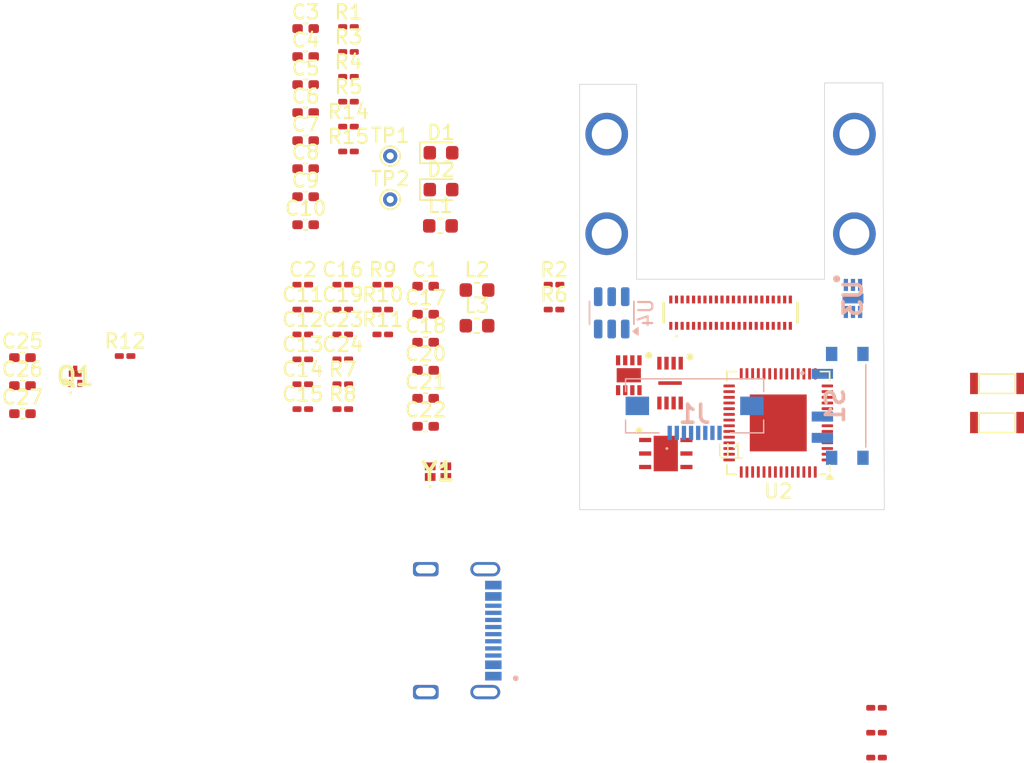
<source format=kicad_pcb>
(kicad_pcb (version 20241229) (generator "pcbnew") (generator_version "9.0")
  (layers (0 "F.Cu" signal) (2 "B.Cu" signal) (13 "F.Paste" user) (15 "B.Paste" user) (5 "F.SilkS" user "F.Silkscreen") (7 "B.SilkS" user "B.Silkscreen") (1 "F.Mask" user) (3 "B.Mask" user) (25 "Edge.Cuts" user))
  (net 0 "")
  (net 3 "GND")
  (net 5 "CAM_SCL")
  (net 7 "PIX_CLK")
  (net 8 "VSYNC")
  (net 9 "DATA2")
  (net 10 "HSYNC")
  (net 11 "Net-(C4-Pad2)")
  (net 12 "vusb")
  (net 13 "VBAT+")
  (net 14 "+5V")
  (net 15 "Net-(D1-A)")
  (net 17 "DATA1")
  (net 19 "CAM_RST")
  (net 21 "CAM_SDA")
  (net 24 "DATA3")
  (net 27 "DATA0")
  (net 29 "Net-(IC3-C1+)")
  (net 32 "Net-(IC3-C1-)")
  (net 33 "Net-(C12-Pad1)")
  (net 34 "BOOT0")
  (net 36 "Net-(U2-CHIP_PU)")
  (net 38 "Net-(C15-Pad1)")
  (net 39 "HSE_IN")
  (net 40 "Net-(U2-LNA_IN)")
  (net 41 "ANT")
  (net 42 "Net-(D1-K)")
  (net 43 "Net-(D2-A)")
  (net 44 "Net-(D2-K)")
  (net 46 "DATA7{slash}SPI_CLK")
  (net 48 "Net-(U1-DATA15{slash}SPI_CLK)")
  (net 49 "Net-(U3-PROG)")
  (net 51 "Net-(U1-PIXCLK)")
  (net 52 "HSE_OUT")
  (net 53 "Net-(U2-GPIO20{slash}USB_D+)")
  (net 55 "D+")
  (net 57 "Net-(U2-GPIO19{slash}USB_D-)")
  (net 58 "D-")
  (net 59 "Net-(J4-CC1)")
  (net 60 "Net-(J4-CC2)")
  (net 61 "BAT+")
  (net 63 "DATA5{slash}SPI_MOSI")
  (net 64 "DATA4{slash}SPI_MISO")
  (net 65 "DATA6{slash}SPI_CS")
  (net 66 "SPIHD")
  (net 67 "SPID")
  (net 68 "SPICLK")
  (net 69 "VDD_SPI")
  (net 70 "SPICS0")
  (net 71 "SPIQ")
  (net 72 "SPIWP")
  (net 73 "TOUCH2")
  (net 74 "MTDI")
  (net 75 "VIDEO_OUT")
  (net 76 "MTCK")
  (net 77 "BOOT1")
  (net 78 "MTMS")
  (net 79 "TOUCH1")
  (net 80 "MTDO")
  (net 81 "Net-(J4-D--PadA7)")
  (net 82 "Net-(J4-D+-PadA6)")
  (net 83 "+3.3V")
  (net 84 "LCD_RES")
  (net 85 "Net-(J1-Pad6)")
  (net 86 "LCD_MOSI")
  (net 87 "LCD_CS")
  (net 88 "LCD_DC")
  (net 89 "Net-(J1-Pad2)")
  (net 90 "Net-(Q1-D_1)")
  (net 91 "Net-(Q1-G)")
  (net 92 "LCD_CLK")
  (net 93 "LCD_PWM_LED")
  (footprint "Capacitor_SMD:C_0201_0603Metric_Pad0.64x0.40mm_HandSolder" (layer "F.Cu") (at 91.45 95.13)
    (property "Reference" "C11" (at 0 -1.05 0) (layer "F.SilkS"))
    (property "Value" "100n")
    (pad "1" smd roundrect (at -0.4075 0) (size 0.635 0.4) (layers "F.Cu" "F.Mask") (net 83 "+3.3V"))
    (pad "2" smd roundrect (at 0.4075 0) (size 0.635 0.4) (layers "F.Cu" "F.Mask") (net 3 "GND"))
  )
  (footprint "Inductor_SMD:L_0603_1608Metric" (layer "F.Cu") (at 101.12 89.25)
    (property "Reference" "L1" (at 0 -1.43 0) (layer "F.SilkS"))
    (property "Value" "2.2n")
    (pad "1" smd roundrect (at -0.7875 0) (size 0.875 0.95) (layers "F.Cu" "F.Mask" "F.Paste") (net 15 "Net-(D1-A)"))
    (pad "2" smd roundrect (at 0.7875 0) (size 0.875 0.95) (layers "F.Cu" "F.Mask" "F.Paste") (net 14 "+5V"))
  )
  (footprint "LED_SMD:LED_0603_1608Metric" (layer "F.Cu") (at 101.16 84.11)
    (property "Reference" "D1" (at 0 -1.43 0) (layer "F.SilkS"))
    (property "Value" "LED")
    (pad "1" smd roundrect (at -0.7875 0) (size 0.875 0.95) (layers "F.Cu" "F.Mask" "F.Paste") (net 42 "Net-(D1-K)"))
    (pad "2" smd roundrect (at 0.7875 0) (size 0.875 0.95) (layers "F.Cu" "F.Mask" "F.Paste") (net 15 "Net-(D1-A)"))
  )
  (footprint "tiny1c:tiny1c" (layer "F.Cu") (at 121.5 95.35)
    (property "Reference" "U1" (at 0 9.75 0) (layer "F.SilkS") (effects (font (thickness 0.1))))
    (property "Value" "~")
    (pad "1" smd rect (at -3.8 0.925) (size 0.22 0.55) (layers "F.Cu" "F.Mask" "F.Paste") (net 14 "+5V"))
    (pad "2" smd rect (at -3.4 0.925) (size 0.22 0.55) (layers "F.Cu" "F.Mask" "F.Paste") (net 14 "+5V"))
    (pad "3" smd rect (at -3 0.925) (size 0.22 0.55) (layers "F.Cu" "F.Mask" "F.Paste") (net 3 "GND"))
    (pad "4" smd rect (at -2.6 0.925) (size 0.22 0.55) (layers "F.Cu" "F.Mask" "F.Paste") (net 3 "GND"))
    (pad "5" smd rect (at -2.2 0.925) (size 0.22 0.55) (layers "F.Cu" "F.Mask" "F.Paste") (net 3 "GND"))
    (pad "6" smd rect (at -1.8 0.925) (size 0.22 0.55) (layers "F.Cu" "F.Mask" "F.Paste") (net 3 "GND"))
    (pad "7" smd rect (at -1.4 0.925) (size 0.22 0.55) (layers "F.Cu" "F.Mask" "F.Paste"))
    (pad "8" smd rect (at -1 0.925) (size 0.22 0.55) (layers "F.Cu" "F.Mask" "F.Paste"))
    (pad "9" smd rect (at -0.6 0.925) (size 0.22 0.55) (layers "F.Cu" "F.Mask" "F.Paste"))
    (pad "10" smd rect (at -0.2 0.925) (size 0.22 0.55) (layers "F.Cu" "F.Mask" "F.Paste"))
    (pad "11" smd rect (at 0.2 0.925) (size 0.22 0.55) (layers "F.Cu" "F.Mask" "F.Paste"))
    (pad "12" smd rect (at 0.6 0.925) (size 0.22 0.55) (layers "F.Cu" "F.Mask" "F.Paste"))
    (pad "13" smd rect (at 1 0.925) (size 0.22 0.55) (layers "F.Cu" "F.Mask" "F.Paste"))
    (pad "14" smd rect (at 1.4 0.925) (size 0.22 0.55) (layers "F.Cu" "F.Mask" "F.Paste"))
    (pad "15" smd rect (at 1.8 0.925) (size 0.22 0.55) (layers "F.Cu" "F.Mask" "F.Paste"))
    (pad "16" smd rect (at 2.2 0.925) (size 0.22 0.55) (layers "F.Cu" "F.Mask" "F.Paste"))
    (pad "17" smd rect (at 2.6 0.925) (size 0.22 0.55) (layers "F.Cu" "F.Mask" "F.Paste"))
    (pad "18" smd rect (at 3 0.925) (size 0.22 0.55) (layers "F.Cu" "F.Mask" "F.Paste") (net 83 "+3.3V"))
    (pad "19" smd rect (at 3.4 0.925) (size 0.22 0.55) (layers "F.Cu" "F.Mask" "F.Paste") (net 83 "+3.3V"))
    (pad "20" smd rect (at 3.8 0.925) (size 0.22 0.55) (layers "F.Cu" "F.Mask" "F.Paste") (net 83 "+3.3V"))
    (pad "21" smd rect (at 3.8 -0.925) (size 0.22 0.55) (layers "F.Cu" "F.Mask" "F.Paste") (net 3 "GND"))
    (pad "22" smd rect (at 3.4 -0.925) (size 0.22 0.55) (layers "F.Cu" "F.Mask" "F.Paste") (net 83 "+3.3V"))
    (pad "23" smd rect (at 3 -0.925) (size 0.22 0.55) (layers "F.Cu" "F.Mask" "F.Paste") (net 3 "GND"))
    (pad "24" smd rect (at 2.6 -0.925) (size 0.22 0.55) (layers "F.Cu" "F.Mask" "F.Paste"))
    (pad "25" smd rect (at 2.2 -0.925) (size 0.22 0.55) (layers "F.Cu" "F.Mask" "F.Paste") (net 3 "GND"))
    (pad "26" smd rect (at 1.8 -0.925) (size 0.22 0.55) (layers "F.Cu" "F.Mask" "F.Paste") (net 19 "CAM_RST"))
    (pad "27" smd rect (at 1.4 -0.925) (size 0.22 0.55) (layers "F.Cu" "F.Mask" "F.Paste") (net 3 "GND"))
    (pad "28" smd rect (at 1 -0.925) (size 0.22 0.55) (layers "F.Cu" "F.Mask" "F.Paste") (net 5 "CAM_SCL"))
    (pad "29" smd rect (at 0.6 -0.925) (size 0.22 0.55) (layers "F.Cu" "F.Mask" "F.Paste") (net 21 "CAM_SDA"))
    (pad "30" smd rect (at 0.2 -0.925) (size 0.22 0.55) (layers "F.Cu" "F.Mask" "F.Paste") (net 10 "HSYNC"))
    (pad "31" smd rect (at -0.2 -0.925) (size 0.22 0.55) (layers "F.Cu" "F.Mask" "F.Paste") (net 8 "VSYNC"))
    (pad "32" smd rect (at -0.6 -0.925) (size 0.22 0.55) (layers "F.Cu" "F.Mask" "F.Paste") (net 27 "DATA0"))
    (pad "33" smd rect (at -1 -0.925) (size 0.22 0.55) (layers "F.Cu" "F.Mask" "F.Paste") (net 51 "Net-(U1-PIXCLK)"))
    (pad "34" smd rect (at -1.4 -0.925) (size 0.22 0.55) (layers "F.Cu" "F.Mask" "F.Paste") (net 64 "DATA4{slash}SPI_MISO"))
    (pad "35" smd rect (at -1.8 -0.925) (size 0.22 0.55) (layers "F.Cu" "F.Mask" "F.Paste") (net 24 "DATA3"))
    (pad "36" smd rect (at -2.2 -0.925) (size 0.22 0.55) (layers "F.Cu" "F.Mask" "F.Paste") (net 48 "Net-(U1-DATA15{slash}SPI_CLK)"))
    (pad "37" smd rect (at -2.6 -0.925) (size 0.22 0.55) (layers "F.Cu" "F.Mask" "F.Paste") (net 63 "DATA5{slash}SPI_MOSI"))
    (pad "38" smd rect (at -3 -0.925) (size 0.22 0.55) (layers "F.Cu" "F.Mask" "F.Paste") (net 65 "DATA6{slash}SPI_CS"))
    (pad "39" smd rect (at -3.4 -0.925) (size 0.22 0.55) (layers "F.Cu" "F.Mask" "F.Paste") (net 17 "DATA1"))
    (pad "40" smd rect (at -3.8 -0.925) (size 0.22 0.55) (layers "F.Cu" "F.Mask" "F.Paste") (net 9 "DATA2"))
    (pad "41" smd rect (at -4.2 0.925) (size 0.22 0.55) (layers "F.Cu" "F.Mask" "F.Paste") (net 3 "GND"))
    (pad "42" smd rect (at -4.2 -0.925) (size 0.22 0.55) (layers "F.Cu" "F.Mask" "F.Paste") (net 3 "GND"))
    (pad "43" smd rect (at 4.2 0.925) (size 0.22 0.55) (layers "F.Cu" "F.Mask" "F.Paste") (net 3 "GND"))
    (pad "44" thru_hole circle (at -8.7 -12.55) (size 3 3) (drill 2.1) (layers "*.Cu" "*.Mask") (net 3 "GND"))
    (pad "44" thru_hole circle (at -8.7 -5.55) (size 3 3) (drill 2.1) (layers "*.Cu" "*.Mask") (net 3 "GND"))
    (pad "44" smd rect (at 4.2 -0.925) (size 0.22 0.55) (layers "F.Cu" "F.Mask" "F.Paste") (net 3 "GND"))
    (pad "44" thru_hole circle (at 8.7 -12.55) (size 3 3) (drill 2.1) (layers "*.Cu" "*.Mask") (net 3 "GND"))
    (pad "44" thru_hole circle (at 8.7 -5.55) (size 3 3) (drill 2.1) (layers "*.Cu" "*.Mask") (net 3 "GND"))
  )
  (footprint "Resistor_SMD:R_0201_0603Metric_Pad0.64x0.40mm_HandSolder" (layer "F.Cu") (at 94.66 77.02)
    (property "Reference" "R3" (at 0 -1.05 0) (layer "F.SilkS"))
    (property "Value" "20k")
    (pad "1" smd roundrect (at -0.4075 0) (size 0.635 0.4) (layers "F.Cu" "F.Mask") (net 3 "GND"))
    (pad "2" smd roundrect (at 0.4075 0) (size 0.635 0.4) (layers "F.Cu" "F.Mask") (net 49 "Net-(U3-PROG)"))
  )
  (footprint "Capacitor_SMD:C_0402_1005Metric_Pad0.74x0.62mm_HandSolder" (layer "F.Cu") (at 100.08 103.34)
    (property "Reference" "C22" (at 0 -1.16 0) (layer "F.SilkS"))
    (property "Value" "1u")
    (pad "1" smd roundrect (at -0.5675 0) (size 0.735 0.62) (layers "F.Cu" "F.Mask" "F.Paste") (net 83 "+3.3V"))
    (pad "2" smd roundrect (at 0.5675 0) (size 0.735 0.62) (layers "F.Cu" "F.Mask" "F.Paste") (net 3 "GND"))
  )
  (footprint "Capacitor_SMD:C_0201_0603Metric_Pad0.64x0.40mm_HandSolder" (layer "F.Cu") (at 94.26 93.38)
    (property "Reference" "C16" (at 0 -1.05 0) (layer "F.SilkS"))
    (property "Value" "10p")
    (pad "1" smd roundrect (at -0.4075 0) (size 0.635 0.4) (layers "F.Cu" "F.Mask") (net 39 "HSE_IN"))
    (pad "2" smd roundrect (at 0.4075 0) (size 0.635 0.4) (layers "F.Cu" "F.Mask") (net 3 "GND"))
  )
  (footprint "TestPoint:TestPoint_THTPad_D1.0mm_Drill0.5mm" (layer "F.Cu") (at 97.59 84.34)
    (property "Reference" "TP1" (at 0 -1.448 0) (layer "F.SilkS"))
    (property "Value" "bat-")
    (pad "1" thru_hole circle (at 0 0) (size 1 1) (drill 0.5) (layers "*.Cu" "*.Mask") (net 3 "GND"))
  )
  (footprint "Capacitor_SMD:C_0402_1005Metric_Pad0.74x0.62mm_HandSolder" (layer "F.Cu") (at 91.65 81.29)
    (property "Reference" "C6" (at 0 -1.16 0) (layer "F.SilkS"))
    (property "Value" "10u")
    (pad "1" smd roundrect (at -0.5675 0) (size 0.735 0.62) (layers "F.Cu" "F.Mask" "F.Paste") (net 13 "VBAT+"))
    (pad "2" smd roundrect (at 0.5675 0) (size 0.735 0.62) (layers "F.Cu" "F.Mask" "F.Paste") (net 3 "GND"))
  )
  (footprint "TestPoint:TestPoint_THTPad_D1.0mm_Drill0.5mm" (layer "F.Cu") (at 97.59 87.39)
    (property "Reference" "TP2" (at 0 -1.448 0) (layer "F.SilkS"))
    (property "Value" "bat+")
    (pad "1" thru_hole circle (at 0 0) (size 1 1) (drill 0.5) (layers "*.Cu" "*.Mask") (net 61 "BAT+"))
  )
  (footprint "Capacitor_SMD:C_0402_1005Metric_Pad0.74x0.62mm_HandSolder" (layer "F.Cu") (at 100.08 101.37)
    (property "Reference" "C21" (at 0 -1.16 0) (layer "F.SilkS"))
    (property "Value" "1u")
    (pad "1" smd roundrect (at -0.5675 0) (size 0.735 0.62) (layers "F.Cu" "F.Mask" "F.Paste") (net 83 "+3.3V"))
    (pad "2" smd roundrect (at 0.5675 0) (size 0.735 0.62) (layers "F.Cu" "F.Mask" "F.Paste") (net 3 "GND"))
  )
  (footprint "Capacitor_SMD:C_0201_0603Metric_Pad0.64x0.40mm_HandSolder" (layer "F.Cu") (at 91.45 102.13)
    (property "Reference" "C15" (at 0 -1.05 0) (layer "F.SilkS"))
    (property "Value" "10p" (hide yes))
    (pad "1" smd roundrect (at -0.4075 0) (size 0.635 0.4) (layers "F.Cu" "F.Mask") (net 38 "Net-(C15-Pad1)"))
    (pad "2" smd roundrect (at 0.4075 0) (size 0.635 0.4) (layers "F.Cu" "F.Mask") (net 3 "GND"))
  )
  (footprint "Resistor_SMD:R_0201_0603Metric_Pad0.64x0.40mm_HandSolder" (layer "F.Cu") (at 131.755 126.625)
    (property "Reference" "R17" (hide yes))
    (property "Value" "1k" (hide yes))
    (pad "1" smd roundrect (at -0.4075 0) (size 0.635 0.4) (layers "F.Cu" "F.Mask") (net 91 "Net-(Q1-G)"))
    (pad "2" smd roundrect (at 0.4075 0) (size 0.635 0.4) (layers "F.Cu" "F.Mask") (net 93 "LCD_PWM_LED"))
  )
  (footprint "Capacitor_SMD:C_0402_1005Metric_Pad0.74x0.62mm_HandSolder" (layer "F.Cu") (at 100.08 99.4)
    (property "Reference" "C20" (at 0 -1.16 0) (layer "F.SilkS"))
    (property "Value" "10u")
    (pad "1" smd roundrect (at -0.5675 0) (size 0.735 0.62) (layers "F.Cu" "F.Mask" "F.Paste") (net 83 "+3.3V"))
    (pad "2" smd roundrect (at 0.5675 0) (size 0.735 0.62) (layers "F.Cu" "F.Mask" "F.Paste") (net 3 "GND"))
  )
  (footprint "samacsys:LFXTAL069527REEL" (layer "F.Cu") (at 100.95 106.525)
    (property "Reference" "Y1" (at 0 0 0) (layer "F.SilkS") (effects (font (size 1.27 1.27) (thickness 0.254))))
    (property "Value" "Crystal_GND24" (hide yes))
    (pad "1" smd rect (at -0.55 0.375 90) (size 0.55 0.75) (layers "F.Cu" "F.Mask" "F.Paste") (net 39 "HSE_IN"))
    (pad "2" smd rect (at 0.55 0.375 90) (size 0.55 0.75) (layers "F.Cu" "F.Mask" "F.Paste") (net 3 "GND"))
    (pad "3" smd rect (at 0.55 -0.375 90) (size 0.55 0.75) (layers "F.Cu" "F.Mask" "F.Paste") (net 38 "Net-(C15-Pad1)"))
    (pad "4" smd rect (at -0.55 -0.375 90) (size 0.55 0.75) (layers "F.Cu" "F.Mask" "F.Paste") (net 3 "GND"))
  )
  (footprint "Inductor_SMD:L_0603_1608Metric" (layer "F.Cu") (at 103.69 93.76)
    (property "Reference" "L2" (at 0 -1.43 0) (layer "F.SilkS"))
    (property "Value" "2.2n")
    (pad "1" smd roundrect (at -0.7875 0) (size 0.875 0.95) (layers "F.Cu" "F.Mask" "F.Paste") (net 83 "+3.3V"))
    (pad "2" smd roundrect (at 0.7875 0) (size 0.875 0.95) (layers "F.Cu" "F.Mask" "F.Paste") (net 33 "Net-(C12-Pad1)"))
  )
  (footprint "Resistor_SMD:R_0201_0603Metric_Pad0.64x0.40mm_HandSolder" (layer "F.Cu") (at 94.26 100.38)
    (property "Reference" "R7" (at 0 -1.05 0) (layer "F.SilkS"))
    (property "Value" "20k")
    (pad "1" smd roundrect (at -0.4075 0) (size 0.635 0.4) (layers "F.Cu" "F.Mask") (net 83 "+3.3V"))
    (pad "2" smd roundrect (at 0.4075 0) (size 0.635 0.4) (layers "F.Cu" "F.Mask") (net 34 "BOOT0"))
  )
  (footprint "Resistor_SMD:R_0201_0603Metric_Pad0.64x0.40mm_HandSolder" (layer "F.Cu") (at 78.9675 98.4)
    (property "Reference" "R12" (at 0 -1.05 0) (layer "F.SilkS"))
    (property "Value" "100R")
    (pad "1" smd roundrect (at -0.4075 0) (size 0.635 0.4) (layers "F.Cu" "F.Mask") (net 90 "Net-(Q1-D_1)"))
    (pad "2" smd roundrect (at 0.4075 0) (size 0.635 0.4) (layers "F.Cu" "F.Mask") (net 89 "Net-(J1-Pad2)"))
  )
  (footprint "Resistor_SMD:R_0201_0603Metric_Pad0.64x0.40mm_HandSolder" (layer "F.Cu") (at 94.66 82.27)
    (property "Reference" "R14" (at 0 -1.05 0) (layer "F.SilkS"))
    (property "Value" "5.1k")
    (pad "1" smd roundrect (at -0.4075 0) (size 0.635 0.4) (layers "F.Cu" "F.Mask") (net 59 "Net-(J4-CC1)"))
    (pad "2" smd roundrect (at 0.4075 0) (size 0.635 0.4) (layers "F.Cu" "F.Mask") (net 3 "GND"))
  )
  (footprint "Capacitor_SMD:C_0402_1005Metric_Pad0.74x0.62mm_HandSolder" (layer "F.Cu") (at 91.65 75.38)
    (property "Reference" "C3" (at 0 -1.16 0) (layer "F.SilkS"))
    (property "Value" "1u")
    (pad "1" smd roundrect (at -0.5675 0) (size 0.735 0.62) (layers "F.Cu" "F.Mask" "F.Paste") (net 83 "+3.3V"))
    (pad "2" smd roundrect (at 0.5675 0) (size 0.735 0.62) (layers "F.Cu" "F.Mask" "F.Paste") (net 3 "GND"))
  )
  (footprint "Capacitor_SMD:C_0402_1005Metric_Pad0.74x0.62mm_HandSolder" (layer "F.Cu") (at 91.65 83.26)
    (property "Reference" "C7" (at 0 -1.16 0) (layer "F.SilkS"))
    (property "Value" "10u")
    (pad "1" smd roundrect (at -0.5675 0) (size 0.735 0.62) (layers "F.Cu" "F.Mask" "F.Paste") (net 15 "Net-(D1-A)"))
    (pad "2" smd roundrect (at 0.5675 0) (size 0.735 0.62) (layers "F.Cu" "F.Mask" "F.Paste") (net 3 "GND"))
  )
  (footprint "Resistor_SMD:R_0201_0603Metric_Pad0.64x0.40mm_HandSolder" (layer "F.Cu") (at 109.1 95.13)
    (property "Reference" "R6" (at 0 -1.05 0) (layer "F.SilkS"))
    (property "Value" "33R")
    (pad "1" smd roundrect (at -0.4075 0) (size 0.635 0.4) (layers "F.Cu" "F.Mask") (net 7 "PIX_CLK"))
    (pad "2" smd roundrect (at 0.4075 0) (size 0.635 0.4) (layers "F.Cu" "F.Mask") (net 51 "Net-(U1-PIXCLK)"))
  )
  (footprint "Inductor_SMD:L_0603_1608Metric" (layer "F.Cu") (at 103.69 96.27)
    (property "Reference" "L3" (at 0 -1.43 0) (layer "F.SilkS"))
    (property "Value" "2.2n")
    (pad "1" smd roundrect (at -0.7875 0) (size 0.875 0.95) (layers "F.Cu" "F.Mask" "F.Paste") (net 40 "Net-(U2-LNA_IN)"))
    (pad "2" smd roundrect (at 0.7875 0) (size 0.875 0.95) (layers "F.Cu" "F.Mask" "F.Paste") (net 41 "ANT"))
  )
  (footprint "Capacitor_SMD:C_0402_1005Metric_Pad0.74x0.62mm_HandSolder" (layer "F.Cu") (at 100.08 97.43)
    (property "Reference" "C18" (at 0 -1.16 0) (layer "F.SilkS"))
    (property "Value" "10u")
    (pad "1" smd roundrect (at -0.5675 0) (size 0.735 0.62) (layers "F.Cu" "F.Mask" "F.Paste") (net 41 "ANT"))
    (pad "2" smd roundrect (at 0.5675 0) (size 0.735 0.62) (layers "F.Cu" "F.Mask" "F.Paste") (net 3 "GND"))
  )
  (footprint "Capacitor_SMD:C_0201_0603Metric_Pad0.64x0.40mm_HandSolder" (layer "F.Cu") (at 94.26 98.63)
    (property "Reference" "C24" (at 0 -1.05 0) (layer "F.SilkS"))
    (property "Value" "100n")
    (pad "1" smd roundrect (at -0.4075 0) (size 0.635 0.4) (layers "F.Cu" "F.Mask") (net 3 "GND"))
    (pad "2" smd roundrect (at 0.4075 0) (size 0.635 0.4) (layers "F.Cu" "F.Mask") (net 83 "+3.3V"))
  )
  (footprint "Capacitor_SMD:C_0201_0603Metric_Pad0.64x0.40mm_HandSolder" (layer "F.Cu") (at 91.45 98.63)
    (property "Reference" "C13" (at 0 -1.05 0) (layer "F.SilkS"))
    (property "Value" "100n")
    (pad "1" smd roundrect (at -0.4075 0) (size 0.635 0.4) (layers "F.Cu" "F.Mask") (net 3 "GND"))
    (pad "2" smd roundrect (at 0.4075 0) (size 0.635 0.4) (layers "F.Cu" "F.Mask") (net 34 "BOOT0"))
  )
  (footprint "Resistor_SMD:R_0201_0603Metric_Pad0.64x0.40mm_HandSolder" (layer "F.Cu") (at 94.66 78.77)
    (property "Reference" "R4" (at 0 -1.05 0) (layer "F.SilkS"))
    (property "Value" "1R")
    (pad "1" smd roundrect (at -0.4075 0) (size 0.635 0.4) (layers "F.Cu" "F.Mask") (net 11 "Net-(C4-Pad2)"))
    (pad "2" smd roundrect (at 0.4075 0) (size 0.635 0.4) (layers "F.Cu" "F.Mask") (net 3 "GND"))
  )
  (footprint "Capacitor_SMD:C_0402_1005Metric_Pad0.74x0.62mm_HandSolder" (layer "F.Cu") (at 100.08 95.46)
    (property "Reference" "C17" (at 0 -1.16 0) (layer "F.SilkS"))
    (property "Value" "10u")
    (pad "1" smd roundrect (at -0.5675 0) (size 0.735 0.62) (layers "F.Cu" "F.Mask" "F.Paste") (net 40 "Net-(U2-LNA_IN)"))
    (pad "2" smd roundrect (at 0.5675 0) (size 0.735 0.62) (layers "F.Cu" "F.Mask" "F.Paste") (net 3 "GND"))
  )
  (footprint "Resistor_SMD:R_0201_0603Metric_Pad0.64x0.40mm_HandSolder" (layer "F.Cu") (at 131.755 123.125)
    (property "Reference" "R13" (hide yes))
    (property "Value" "33R" (hide yes))
    (pad "1" smd roundrect (at -0.4075 0) (size 0.635 0.4) (layers "F.Cu" "F.Mask") (net 92 "LCD_CLK"))
    (pad "2" smd roundrect (at 0.4075 0) (size 0.635 0.4) (layers "F.Cu" "F.Mask") (net 85 "Net-(J1-Pad6)"))
  )
  (footprint "Capacitor_SMD:C_0201_0603Metric_Pad0.64x0.40mm_HandSolder" (layer "F.Cu") (at 91.45 96.88)
    (property "Reference" "C12" (at 0 -1.05 0) (layer "F.SilkS"))
    (property "Value" "100n")
    (pad "1" smd roundrect (at -0.4075 0) (size 0.635 0.4) (layers "F.Cu" "F.Mask") (net 33 "Net-(C12-Pad1)"))
    (pad "2" smd roundrect (at 0.4075 0) (size 0.635 0.4) (layers "F.Cu" "F.Mask") (net 3 "GND"))
  )
  (footprint "Capacitor_SMD:C_0201_0603Metric_Pad0.64x0.40mm_HandSolder" (layer "F.Cu") (at 91.45 93.38)
    (property "Reference" "C2" (at 0 -1.05 0) (layer "F.SilkS"))
    (property "Value" "100n")
    (pad "1" smd roundrect (at -0.4075 0) (size 0.635 0.4) (layers "F.Cu" "F.Mask") (net 69 "VDD_SPI"))
    (pad "2" smd roundrect (at 0.4075 0) (size 0.635 0.4) (layers "F.Cu" "F.Mask") (net 3 "GND"))
  )
  (footprint "Capacitor_SMD:C_0402_1005Metric_Pad0.74x0.62mm_HandSolder" (layer "F.Cu") (at 91.65 89.17)
    (property "Reference" "C10" (at 0 -1.16 0) (layer "F.SilkS"))
    (property "Value" "10u")
    (pad "1" smd roundrect (at -0.5675 0) (size 0.735 0.62) (layers "F.Cu" "F.Mask" "F.Paste") (net 14 "+5V"))
    (pad "2" smd roundrect (at 0.5675 0) (size 0.735 0.62) (layers "F.Cu" "F.Mask" "F.Paste") (net 3 "GND"))
  )
  (footprint "Resistor_SMD:R_0201_0603Metric_Pad0.64x0.40mm_HandSolder" (layer "F.Cu") (at 109.1 93.38)
    (property "Reference" "R2" (at 0 -1.05 0) (layer "F.SilkS"))
    (property "Value" "33R")
    (pad "1" smd roundrect (at -0.4075 0) (size 0.635 0.4) (layers "F.Cu" "F.Mask") (net 46 "DATA7{slash}SPI_CLK"))
    (pad "2" smd roundrect (at 0.4075 0) (size 0.635 0.4) (layers "F.Cu" "F.Mask") (net 48 "Net-(U1-DATA15{slash}SPI_CLK)"))
  )
  (footprint "Package_DFN_QFN:QFN-56-1EP_7x7mm_P0.4mm_EP4x4mm" (layer "F.Cu") (at 124.85 103.1 180)
    (property "Reference" "U2" (at 0 -4.8 0) (layer "F.SilkS"))
    (property "Value" "ESP32-S3")
    (pad "1" smd roundrect (at -3.45 -2.6 180) (size 0.8 0.2) (layers "F.Cu" "F.Mask" "F.Paste") (net 40 "Net-(U2-LNA_IN)"))
    (pad "2" smd roundrect (at -3.45 -2.2 180) (size 0.8 0.2) (layers "F.Cu" "F.Mask" "F.Paste") (net 33 "Net-(C12-Pad1)"))
    (pad "3" smd roundrect (at -3.45 -1.8 180) (size 0.8 0.2) (layers "F.Cu" "F.Mask" "F.Paste") (net 33 "Net-(C12-Pad1)"))
    (pad "4" smd roundrect (at -3.45 -1.4 180) (size 0.8 0.2) (layers "F.Cu" "F.Mask" "F.Paste") (net 36 "Net-(U2-CHIP_PU)"))
    (pad "5" smd roundrect (at -3.45 -1 180) (size 0.8 0.2) (layers "F.Cu" "F.Mask" "F.Paste") (net 34 "BOOT0"))
    (pad "6" smd roundrect (at -3.45 -0.6 180) (size 0.8 0.2) (layers "F.Cu" "F.Mask" "F.Paste") (net 79 "TOUCH1"))
    (pad "7" smd roundrect (at -3.45 -0.2 180) (size 0.8 0.2) (layers "F.Cu" "F.Mask" "F.Paste") (net 5 "CAM_SCL"))
    (pad "8" smd roundrect (at -3.45 0.2 180) (size 0.8 0.2) (layers "F.Cu" "F.Mask" "F.Paste") (net 21 "CAM_SDA"))
    (pad "9" smd roundrect (at -3.45 0.6 180) (size 0.8 0.2) (layers "F.Cu" "F.Mask" "F.Paste") (net 73 "TOUCH2"))
    (pad "10" smd roundrect (at -3.45 1 180) (size 0.8 0.2) (layers "F.Cu" "F.Mask" "F.Paste"))
    (pad "11" smd roundrect (at -3.45 1.4 180) (size 0.8 0.2) (layers "F.Cu" "F.Mask" "F.Paste") (net 27 "DATA0"))
    (pad "12" smd roundrect (at -3.45 1.8 180) (size 0.8 0.2) (layers "F.Cu" "F.Mask" "F.Paste") (net 17 "DATA1"))
    (pad "13" smd roundrect (at -3.45 2.2 180) (size 0.8 0.2) (layers "F.Cu" "F.Mask" "F.Paste") (net 9 "DATA2"))
    (pad "14" smd roundrect (at -3.45 2.6 180) (size 0.8 0.2) (layers "F.Cu" "F.Mask" "F.Paste") (net 24 "DATA3"))
    (pad "15" smd roundrect (at -2.6 3.45 180) (size 0.2 0.8) (layers "F.Cu" "F.Mask" "F.Paste") (net 65 "DATA6{slash}SPI_CS"))
    (pad "16" smd roundrect (at -2.2 3.45 180) (size 0.2 0.8) (layers "F.Cu" "F.Mask" "F.Paste") (net 63 "DATA5{slash}SPI_MOSI"))
    (pad "17" smd roundrect (at -1.8 3.45 180) (size 0.2 0.8) (layers "F.Cu" "F.Mask" "F.Paste") (net 46 "DATA7{slash}SPI_CLK"))
    (pad "18" smd roundrect (at -1.4 3.45 180) (size 0.2 0.8) (layers "F.Cu" "F.Mask" "F.Paste") (net 64 "DATA4{slash}SPI_MISO"))
    (pad "19" smd roundrect (at -1 3.45 180) (size 0.2 0.8) (layers "F.Cu" "F.Mask" "F.Paste") (net 8 "VSYNC"))
    (pad "20" smd roundrect (at -0.6 3.45 180) (size 0.2 0.8) (layers "F.Cu" "F.Mask" "F.Paste") (net 83 "+3.3V"))
    (pad "21" smd roundrect (at -0.2 3.45 180) (size 0.2 0.8) (layers "F.Cu" "F.Mask" "F.Paste"))
    (pad "22" smd roundrect (at 0.2 3.45 180) (size 0.2 0.8) (layers "F.Cu" "F.Mask" "F.Paste"))
    (pad "23" smd roundrect (at 0.6 3.45 180) (size 0.2 0.8) (layers "F.Cu" "F.Mask" "F.Paste") (net 10 "HSYNC"))
    (pad "24" smd roundrect (at 1 3.45 180) (size 0.2 0.8) (layers "F.Cu" "F.Mask" "F.Paste") (net 7 "PIX_CLK"))
    (pad "25" smd roundrect (at 1.4 3.45 180) (size 0.2 0.8) (layers "F.Cu" "F.Mask" "F.Paste") (net 57 "Net-(U2-GPIO19{slash}USB_D-)"))
    (pad "26" smd roundrect (at 1.8 3.45 180) (size 0.2 0.8) (layers "F.Cu" "F.Mask" "F.Paste") (net 53 "Net-(U2-GPIO20{slash}USB_D+)"))
    (pad "27" smd roundrect (at 2.2 3.45 180) (size 0.2 0.8) (layers "F.Cu" "F.Mask" "F.Paste") (net 93 "LCD_PWM_LED"))
    (pad "28" smd roundrect (at 2.6 3.45 180) (size 0.2 0.8) (layers "F.Cu" "F.Mask" "F.Paste"))
    (pad "29" smd roundrect (at 3.45 2.6 180) (size 0.8 0.2) (layers "F.Cu" "F.Mask" "F.Paste") (net 69 "VDD_SPI"))
    (pad "30" smd roundrect (at 3.45 2.2 180) (size 0.8 0.2) (layers "F.Cu" "F.Mask" "F.Paste") (net 66 "SPIHD"))
    (pad "31" smd roundrect (at 3.45 1.8 180) (size 0.8 0.2) (layers "F.Cu" "F.Mask" "F.Paste") (net 72 "SPIWP"))
    (pad "32" smd roundrect (at 3.45 1.4 180) (size 0.8 0.2) (layers "F.Cu" "F.Mask" "F.Paste") (net 70 "SPICS0"))
    (pad "33" smd roundrect (at 3.45 1 180) (size 0.8 0.2) (layers "F.Cu" "F.Mask" "F.Paste") (net 68 "SPICLK"))
    (pad "34" smd roundrect (at 3.45 0.6 180) (size 0.8 0.2) (layers "F.Cu" "F.Mask" "F.Paste") (net 71 "SPIQ"))
    (pad "35" smd roundrect (at 3.45 0.2 180) (size 0.8 0.2) (layers "F.Cu" "F.Mask" "F.Paste") (net 67 "SPID"))
    (pad "36" smd roundrect (at 3.45 -0.2 180) (size 0.8 0.2) (layers "F.Cu" "F.Mask" "F.Paste"))
    (pad "37" smd roundrect (at 3.45 -0.6 180) (size 0.8 0.2) (layers "F.Cu" "F.Mask" "F.Paste"))
    (pad "38" smd roundrect (at 3.45 -1 180) (size 0.8 0.2) (layers "F.Cu" "F.Mask" "F.Paste") (net 84 "LCD_RES"))
    (pad "39" smd roundrect (at 3.45 -1.4 180) (size 0.8 0.2) (layers "F.Cu" "F.Mask" "F.Paste") (net 88 "LCD_DC"))
    (pad "40" smd roundrect (at 3.45 -1.8 180) (size 0.8 0.2) (layers "F.Cu" "F.Mask" "F.Paste") (net 75 "VIDEO_OUT"))
    (pad "41" smd roundrect (at 3.45 -2.2 180) (size 0.8 0.2) (layers "F.Cu" "F.Mask" "F.Paste") (net 92 "LCD_CLK"))
    (pad "42" smd roundrect (at 3.45 -2.6 180) (size 0.8 0.2) (layers "F.Cu" "F.Mask" "F.Paste") (net 87 "LCD_CS"))
    (pad "43" smd roundrect (at 2.6 -3.45 180) (size 0.2 0.8) (layers "F.Cu" "F.Mask" "F.Paste") (net 86 "LCD_MOSI"))
    (pad "44" smd roundrect (at 2.2 -3.45 180) (size 0.2 0.8) (layers "F.Cu" "F.Mask" "F.Paste") (net 76 "MTCK"))
    (pad "45" smd roundrect (at 1.8 -3.45 180) (size 0.2 0.8) (layers "F.Cu" "F.Mask" "F.Paste") (net 80 "MTDO"))
    (pad "46" smd roundrect (at 1.4 -3.45 180) (size 0.2 0.8) (layers "F.Cu" "F.Mask" "F.Paste") (net 83 "+3.3V"))
    (pad "47" smd roundrect (at 1 -3.45 180) (size 0.2 0.8) (layers "F.Cu" "F.Mask" "F.Paste") (net 74 "MTDI"))
    (pad "48" smd roundrect (at 0.6 -3.45 180) (size 0.2 0.8) (layers "F.Cu" "F.Mask" "F.Paste") (net 78 "MTMS"))
    (pad "49" smd roundrect (at 0.2 -3.45 180) (size 0.2 0.8) (layers "F.Cu" "F.Mask" "F.Paste"))
    (pad "50" smd roundrect (at -0.2 -3.45 180) (size 0.2 0.8) (layers "F.Cu" "F.Mask" "F.Paste"))
    (pad "51" smd roundrect (at -0.6 -3.45 180) (size 0.2 0.8) (layers "F.Cu" "F.Mask" "F.Paste") (net 83 "+3.3V"))
    (pad "52" smd roundrect (at -1 -3.45 180) (size 0.2 0.8) (layers "F.Cu" "F.Mask" "F.Paste") (net 77 "BOOT1"))
    (pad "53" smd roundrect (at -1.4 -3.45 180) (size 0.2 0.8) (layers "F.Cu" "F.Mask" "F.Paste") (net 39 "HSE_IN"))
    (pad "54" smd roundrect (at -1.8 -3.45 180) (size 0.2 0.8) (layers "F.Cu" "F.Mask" "F.Paste") (net 52 "HSE_OUT"))
    (pad "55" smd roundrect (at -2.2 -3.45 180) (size 0.2 0.8) (layers "F.Cu" "F.Mask" "F.Paste") (net 83 "+3.3V"))
    (pad "56" smd roundrect (at -2.6 -3.45 180) (size 0.2 0.8) (layers "F.Cu" "F.Mask" "F.Paste") (net 83 "+3.3V"))
    (pad "57" smd rect (at 0 0 180) (size 4 4) (property pad_prop_heatsink) (layers "F.Cu" "F.Mask"))
  )
  (footprint "Capacitor_SMD:C_0402_1005Metric_Pad0.74x0.62mm_HandSolder" (layer "F.Cu") (at 91.65 79.32)
    (property "Reference" "C5" (at 0 -1.16 0) (layer "F.SilkS"))
    (property "Value" "1u")
    (pad "1" smd roundrect (at -0.5675 0) (size 0.735 0.62) (layers "F.Cu" "F.Mask" "F.Paste") (net 13 "VBAT+"))
    (pad "2" smd roundrect (at 0.5675 0) (size 0.735 0.62) (layers "F.Cu" "F.Mask" "F.Paste") (net 3 "GND"))
  )
  (footprint "Resistor_SMD:R_0201_0603Metric_Pad0.64x0.40mm_HandSolder" (layer "F.Cu") (at 131.755 124.875)
    (property "Reference" "R16" (hide yes))
    (property "Value" "100k" (hide yes))
    (pad "1" smd roundrect (at -0.4075 0) (size 0.635 0.4) (layers "F.Cu" "F.Mask") (net 83 "+3.3V"))
    (pad "2" smd roundrect (at 0.4075 0) (size 0.635 0.4) (layers "F.Cu" "F.Mask") (net 91 "Net-(Q1-G)"))
  )
  (footprint "Capacitor_SMD:C_0402_1005Metric_Pad0.74x0.62mm_HandSolder" (layer "F.Cu") (at 100.08 93.49)
    (property "Reference" "C1" (at 0 -1.16 0) (layer "F.SilkS"))
    (property "Value" "1u")
    (pad "1" smd roundrect (at -0.5675 0) (size 0.735 0.62) (layers "F.Cu" "F.Mask" "F.Paste") (net 69 "VDD_SPI"))
    (pad "2" smd roundrect (at 0.5675 0) (size 0.735 0.62) (layers "F.Cu" "F.Mask" "F.Paste") (net 3 "GND"))
  )
  (footprint "Capacitor_SMD:C_0201_0603Metric_Pad0.64x0.40mm_HandSolder" (layer "F.Cu") (at 91.45 100.38)
    (property "Reference" "C14" (at 0 -1.05 0) (layer "F.SilkS"))
    (property "Value" "100n")
    (pad "1" smd roundrect (at -0.4075 0) (size 0.635 0.4) (layers "F.Cu" "F.Mask") (net 3 "GND"))
    (pad "2" smd roundrect (at 0.4075 0) (size 0.635 0.4) (layers "F.Cu" "F.Mask") (net 36 "Net-(U2-CHIP_PU)"))
  )
  (footprint "Capacitor_SMD:C_0402_1005Metric_Pad0.74x0.62mm_HandSolder" (layer "F.Cu") (at 71.7575 98.51)
    (property "Reference" "C25" (at 0 -1.16 0) (layer "F.SilkS"))
    (property "Value" "10u")
    (pad "1" smd roundrect (at -0.5675 0) (size 0.735 0.62) (layers "F.Cu" "F.Mask" "F.Paste") (net 83 "+3.3V"))
    (pad "2" smd roundrect (at 0.5675 0) (size 0.735 0.62) (layers "F.Cu" "F.Mask" "F.Paste") (net 3 "GND"))
  )
  (footprint "Capacitor_SMD:C_0402_1005Metric_Pad0.74x0.62mm_HandSolder" (layer "F.Cu") (at 71.7575 100.48)
    (property "Reference" "C26" (at 0 -1.16 0) (layer "F.SilkS"))
    (property "Value" "10u")
    (pad "1" smd roundrect (at -0.5675 0) (size 0.735 0.62) (layers "F.Cu" "F.Mask" "F.Paste") (net 83 "+3.3V"))
    (pad "2" smd roundrect (at 0.5675 0) (size 0.735 0.62) (layers "F.Cu" "F.Mask" "F.Paste") (net 3 "GND"))
  )
  (footprint "Capacitor_SMD:C_0201_0603Metric_Pad0.64x0.40mm_HandSolder" (layer "F.Cu") (at 94.26 95.13)
    (property "Reference" "C19" (at 0 -1.05 0) (layer "F.SilkS"))
    (property "Value" "100n")
    (pad "1" smd roundrect (at -0.4075 0) (size 0.635 0.4) (layers "F.Cu" "F.Mask") (net 3 "GND"))
    (pad "2" smd roundrect (at 0.4075 0) (size 0.635 0.4) (layers "F.Cu" "F.Mask") (net 83 "+3.3V"))
  )
  (footprint "Capacitor_SMD:C_0402_1005Metric_Pad0.74x0.62mm_HandSolder" (layer "F.Cu") (at 91.65 85.23)
    (property "Reference" "C8" (at 0 -1.16 0) (layer "F.SilkS"))
    (property "Value" "1u")
    (pad "1" smd roundrect (at -0.5675 0) (size 0.735 0.62) (layers "F.Cu" "F.Mask" "F.Paste") (net 32 "Net-(IC3-C1-)"))
    (pad "2" smd roundrect (at 0.5675 0) (size 0.735 0.62) (layers "F.Cu" "F.Mask" "F.Paste") (net 29 "Net-(IC3-C1+)"))
  )
  (footprint "samacsys:SON50P300X200X40-9N" (layer "F.Cu") (at 117.25 100.3 -90)
    (property "Reference" "IC1" (hide yes))
    (property "Value" "W25Q16JWXHIQ_TR" (hide yes))
    (pad "1" smd rect (at -1.4 -0.75) (size 0.3 0.9) (layers "F.Cu" "F.Mask" "F.Paste") (net 70 "SPICS0"))
    (pad "2" smd rect (at -1.4 -0.25) (size 0.3 0.9) (layers "F.Cu" "F.Mask" "F.Paste") (net 71 "SPIQ"))
    (pad "3" smd rect (at -1.4 0.25) (size 0.3 0.9) (layers "F.Cu" "F.Mask" "F.Paste") (net 72 "SPIWP"))
    (pad "4" smd rect (at -1.4 0.75) (size 0.3 0.9) (layers "F.Cu" "F.Mask" "F.Paste") (net 3 "GND"))
    (pad "5" smd rect (at 1.4 0.75) (size 0.3 0.9) (layers "F.Cu" "F.Mask" "F.Paste") (net 67 "SPID"))
    (pad "6" smd rect (at 1.4 0.25) (size 0.3 0.9) (layers "F.Cu" "F.Mask" "F.Paste") (net 68 "SPICLK"))
    (pad "7" smd rect (at 1.4 -0.25) (size 0.3 0.9) (layers "F.Cu" "F.Mask" "F.Paste") (net 66 "SPIHD"))
    (pad "8" smd rect (at 1.4 -0.75) (size 0.3 0.9) (layers "F.Cu" "F.Mask" "F.Paste") (net 69 "VDD_SPI"))
    (pad "9" smd rect (at 0 0 270) (size 0.25 1.65) (layers "F.Cu" "F.Mask" "F.Paste") (net 3 "GND"))
  )
  (footprint "Resistor_SMD:R_0201_0603Metric_Pad0.64x0.40mm_HandSolder" (layer "F.Cu") (at 94.66 84.02)
    (property "Reference" "R15" (at 0 -1.05 0) (layer "F.SilkS"))
    (property "Value" "5.1k")
    (pad "1" smd roundrect (at -0.4075 0) (size 0.635 0.4) (layers "F.Cu" "F.Mask") (net 60 "Net-(J4-CC2)"))
    (pad "2" smd roundrect (at 0.4075 0) (size 0.635 0.4) (layers "F.Cu" "F.Mask") (net 3 "GND"))
  )
  (footprint "Resistor_SMD:R_0201_0603Metric_Pad0.64x0.40mm_HandSolder" (layer "F.Cu") (at 94.26 102.13)
    (property "Reference" "R8" (at 0 -1.05 0) (layer "F.SilkS"))
    (property "Value" "20k" (hide yes))
    (pad "1" smd roundrect (at -0.4075 0) (size 0.635 0.4) (layers "F.Cu" "F.Mask") (net 83 "+3.3V"))
    (pad "2" smd roundrect (at 0.4075 0) (size 0.635 0.4) (layers "F.Cu" "F.Mask") (net 36 "Net-(U2-CHIP_PU)"))
  )
  (footprint "Capacitor_SMD:C_0201_0603Metric_Pad0.64x0.40mm_HandSolder" (layer "F.Cu") (at 94.26 96.88)
    (property "Reference" "C23" (at 0 -1.05 0) (layer "F.SilkS"))
    (property "Value" "10n")
    (pad "1" smd roundrect (at -0.4075 0) (size 0.635 0.4) (layers "F.Cu" "F.Mask") (net 83 "+3.3V"))
    (pad "2" smd roundrect (at 0.4075 0) (size 0.635 0.4) (layers "F.Cu" "F.Mask") (net 3 "GND"))
  )
  (footprint "Capacitor_SMD:C_0402_1005Metric_Pad0.74x0.62mm_HandSolder" (layer "F.Cu") (at 91.65 77.35)
    (property "Reference" "C4" (at 0 -1.16 0) (layer "F.SilkS"))
    (property "Value" "1u")
    (pad "1" smd roundrect (at -0.5675 0) (size 0.735 0.62) (layers "F.Cu" "F.Mask" "F.Paste") (net 12 "vusb"))
    (pad "2" smd roundrect (at 0.5675 0) (size 0.735 0.62) (layers "F.Cu" "F.Mask" "F.Paste") (net 11 "Net-(C4-Pad2)"))
  )
  (footprint "Resistor_SMD:R_0201_0603Metric_Pad0.64x0.40mm_HandSolder" (layer "F.Cu") (at 97.07 93.38)
    (property "Reference" "R9" (at 0 -1.05 0) (layer "F.SilkS"))
    (property "Value" "100R")
    (pad "1" smd roundrect (at -0.4075 0) (size 0.635 0.4) (layers "F.Cu" "F.Mask") (net 52 "HSE_OUT"))
    (pad "2" smd roundrect (at 0.4075 0) (size 0.635 0.4) (layers "F.Cu" "F.Mask") (net 38 "Net-(C15-Pad1)"))
  )
  (footprint "Capacitor_SMD:C_0402_1005Metric_Pad0.74x0.62mm_HandSolder" (layer "F.Cu") (at 91.65 87.2)
    (property "Reference" "C9" (at 0 -1.16 0) (layer "F.SilkS"))
    (property "Value" "10u")
    (pad "1" smd roundrect (at -0.5675 0) (size 0.735 0.62) (layers "F.Cu" "F.Mask" "F.Paste") (net 15 "Net-(D1-A)"))
    (pad "2" smd roundrect (at 0.5675 0) (size 0.735 0.62) (layers "F.Cu" "F.Mask" "F.Paste") (net 3 "GND"))
  )
  (footprint "Resistor_SMD:R_0201_0603Metric_Pad0.64x0.40mm_HandSolder" (layer "F.Cu") (at 94.66 80.52)
    (property "Reference" "R5" (at 0 -1.05 0) (layer "F.SilkS"))
    (property "Value" "510R")
    (pad "1" smd roundrect (at -0.4075 0) (size 0.635 0.4) (layers "F.Cu" "F.Mask") (net 12 "vusb"))
    (pad "2" smd roundrect (at 0.4075 0) (size 0.635 0.4) (layers "F.Cu" "F.Mask") (net 43 "Net-(D2-A)"))
  )
  (footprint "Resistor_SMD:R_0201_0603Metric_Pad0.64x0.40mm_HandSolder" (layer "F.Cu") (at 94.66 75.27)
    (property "Reference" "R1" (at 0 -1.05 0) (layer "F.SilkS"))
    (property "Value" "1k")
    (pad "1" smd roundrect (at -0.4075 0) (size 0.635 0.4) (layers "F.Cu" "F.Mask") (net 42 "Net-(D1-K)"))
    (pad "2" smd roundrect (at 0.4075 0) (size 0.635 0.4) (layers "F.Cu" "F.Mask") (net 3 "GND"))
  )
  (footprint "kxt341:SW_KXT3" (layer "F.Cu") (at 138.325 101.075)
    (property "Reference" "SW1" (hide yes))
    (property "Value" "BOOTMODE" (hide yes))
    (pad "1" smd rect (at 0.275 -0.75) (size 0.55 1.5) (layers "F.Cu" "F.Mask" "F.Paste") (net 3 "GND"))
    (pad "2" smd rect (at 3.525 -0.75) (size 0.55 1.5) (layers "F.Cu" "F.Mask" "F.Paste") (net 34 "BOOT0"))
  )
  (footprint "Capacitor_SMD:C_0402_1005Metric_Pad0.74x0.62mm_HandSolder" (layer "F.Cu") (at 71.7575 102.45)
    (property "Reference" "C27" (at 0 -1.16 0) (layer "F.SilkS"))
    (property "Value" "1u")
    (pad "1" smd roundrect (at -0.5675 0) (size 0.735 0.62) (layers "F.Cu" "F.Mask" "F.Paste") (net 83 "+3.3V"))
    (pad "2" smd roundrect (at 0.5675 0) (size 0.735 0.62) (layers "F.Cu" "F.Mask" "F.Paste") (net 3 "GND"))
  )
  (footprint "Resistor_SMD:R_0201_0603Metric_Pad0.64x0.40mm_HandSolder" (layer "F.Cu") (at 97.07 95.13)
    (property "Reference" "R10" (at 0 -1.05 0) (layer "F.SilkS"))
    (property "Value" "0R")
    (pad "1" smd roundrect (at -0.4075 0) (size 0.635 0.4) (layers "F.Cu" "F.Mask") (net 53 "Net-(U2-GPIO20{slash}USB_D+)"))
    (pad "2" smd roundrect (at 0.4075 0) (size 0.635 0.4) (layers "F.Cu" "F.Mask") (net 55 "D+"))
  )
  (footprint "samacsys:SON95P300X300X90-7N-D" (layer "F.Cu") (at 116.95 105.25)
    (property "Reference" "IC2" (hide yes))
    (property "Value" "LDO40LPU33RY" (hide yes))
    (pad "1" smd rect (at -1.45 -0.95 90) (size 0.3 0.85) (layers "F.Cu" "F.Mask" "F.Paste") (net 3 "GND"))
    (pad "2" smd rect (at -1.45 0 90) (size 0.3 0.85) (layers "F.Cu" "F.Mask" "F.Paste") (net 13 "VBAT+"))
    (pad "3" smd rect (at -1.45 0.95 90) (size 0.3 0.85) (layers "F.Cu" "F.Mask" "F.Paste") (net 13 "VBAT+"))
    (pad "4" smd rect (at 1.45 0.95 90) (size 0.3 0.85) (layers "F.Cu" "F.Mask" "F.Paste") (net 83 "+3.3V"))
    (pad "5" smd rect (at 1.45 0 90) (size 0.3 0.85) (layers "F.Cu" "F.Mask" "F.Paste") (net 83 "+3.3V"))
    (pad "6" smd rect (at 1.45 -0.95 90) (size 0.3 0.85) (layers "F.Cu" "F.Mask" "F.Paste"))
    (pad "7" smd rect (at 0 0) (size 1.7 2.5) (layers "F.Cu" "F.Mask" "F.Paste") (net 3 "GND"))
  )
  (footprint "samacsys:2N7002KQBZ" (layer "F.Cu") (at 75.4625 99.825)
    (property "Reference" "Q1" (at 0 0 0) (layer "F.SilkS") (effects (font (size 1.27 1.27) (thickness 0.254))))
    (property "Value" "2N7002KQBZ" (hide yes))
    (pad "1" smd rect (at -0.325 0.5) (size 0.35 0.5) (layers "F.Cu" "F.Mask" "F.Paste") (net 91 "Net-(Q1-G)"))
    (pad "2" smd rect (at 0.325 0.5) (size 0.35 0.5) (layers "F.Cu" "F.Mask" "F.Paste") (net 3 "GND"))
    (pad "3" smd rect (at 0 -0.19 90) (size 0.44 0.9) (layers "F.Cu" "F.Mask" "F.Paste") (net 90 "Net-(Q1-D_1)"))
    (pad "4" smd rect (at 0 -0.58) (size 0.3 0.34) (layers "F.Cu" "F.Mask" "F.Paste") (net 90 "Net-(Q1-D_1)"))
  )
  (footprint "Resistor_SMD:R_0201_0603Metric_Pad0.64x0.40mm_HandSolder" (layer "F.Cu") (at 97.07 96.88)
    (property "Reference" "R11" (at 0 -1.05 0) (layer "F.SilkS"))
    (property "Value" "0R")
    (pad "1" smd roundrect (at -0.4075 0) (size 0.635 0.4) (layers "F.Cu" "F.Mask") (net 57 "Net-(U2-GPIO19{slash}USB_D-)"))
    (pad "2" smd roundrect (at 0.4075 0) (size 0.635 0.4) (layers "F.Cu" "F.Mask") (net 58 "D-"))
  )
  (footprint "kxt341:SW_KXT3" (layer "F.Cu") (at 138.325 103.825)
    (property "Reference" "SW2" (hide yes))
    (property "Value" "RESET" (hide yes))
    (pad "1" smd rect (at 0.275 -0.75) (size 0.55 1.5) (layers "F.Cu" "F.Mask" "F.Paste") (net 3 "GND"))
    (pad "2" smd rect (at 3.525 -0.75) (size 0.55 1.5) (layers "F.Cu" "F.Mask" "F.Paste") (net 36 "Net-(U2-CHIP_PU)"))
  )
  (footprint "samacsys:SON50P200X200X80-9N" (layer "F.Cu") (at 114.35 99.75 -90)
    (property "Reference" "IC3" (hide yes))
    (property "Value" "LM2775DSGT" (hide yes))
    (pad "1" smd rect (at -1.05 -0.75) (size 0.3 0.7) (layers "F.Cu" "F.Mask" "F.Paste") (net 3 "GND"))
    (pad "2" smd rect (at -1.05 -0.25) (size 0.3 0.7) (layers "F.Cu" "F.Mask" "F.Paste") (net 32 "Net-(IC3-C1-)"))
    (pad "3" smd rect (at -1.05 0.25) (size 0.3 0.7) (layers "F.Cu" "F.Mask" "F.Paste") (net 29 "Net-(IC3-C1+)"))
    (pad "4" smd rect (at -1.05 0.75) (size 0.3 0.7) (layers "F.Cu" "F.Mask" "F.Paste") (net 3 "GND"))
    (pad "5" smd rect (at 1.05 0.75) (size 0.3 0.7) (layers "F.Cu" "F.Mask" "F.Paste") (net 13 "VBAT+"))
    (pad "6" smd rect (at 1.05 0.25) (size 0.3 0.7) (layers "F.Cu" "F.Mask" "F.Paste") (net 15 "Net-(D1-A)"))
    (pad "7" smd rect (at 1.05 -0.25) (size 0.3 0.7) (layers "F.Cu" "F.Mask" "F.Paste") (net 13 "VBAT+"))
    (pad "8" smd rect (at 1.05 -0.75) (size 0.3 0.7) (layers "F.Cu" "F.Mask" "F.Paste") (net 3 "GND"))
    (pad "9" smd rect (at 0 0 270) (size 1 1.7) (layers "F.Cu" "F.Mask" "F.Paste") (net 3 "GND"))
  )
  (footprint "LED_SMD:LED_0603_1608Metric" (layer "F.Cu") (at 101.16 86.7)
    (property "Reference" "D2" (at 0 -1.43 0) (layer "F.SilkS"))
    (property "Value" "~")
    (pad "1" smd roundrect (at -0.7875 0) (size 0.875 0.95) (layers "F.Cu" "F.Mask" "F.Paste") (net 44 "Net-(D2-K)"))
    (pad "2" smd roundrect (at 0.7875 0) (size 0.875 0.95) (layers "F.Cu" "F.Mask" "F.Paste") (net 43 "Net-(D2-A)"))
  )
  (footprint "samacsys:687108183722" (layer "B.Cu") (at 118.975 101.9)
    (property "Reference" "J1" (at 0 0.575 0) (layer "B.SilkS") (effects (font (size 1.27 1.27) (thickness 0.254)) (justify mirror)))
    (property "Value" "687108183722" (hide yes))
    (pad "1" smd rect (at -1.75 1.9) (size 0.3 1) (layers "B.Cu" "B.Mask" "B.Paste") (net 83 "+3.3V"))
    (pad "2" smd rect (at -1.25 1.9) (size 0.3 1) (layers "B.Cu" "B.Mask" "B.Paste") (net 89 "Net-(J1-Pad2)"))
    (pad "3" smd rect (at -0.75 1.9) (size 0.3 1) (layers "B.Cu" "B.Mask" "B.Paste") (net 84 "LCD_RES"))
    (pad "4" smd rect (at -0.25 1.9) (size 0.3 1) (layers "B.Cu" "B.Mask" "B.Paste") (net 88 "LCD_DC"))
    (pad "5" smd rect (at 0.25 1.9) (size 0.3 1) (layers "B.Cu" "B.Mask" "B.Paste") (net 86 "LCD_MOSI"))
    (pad "6" smd rect (at 0.75 1.9) (size 0.3 1) (layers "B.Cu" "B.Mask" "B.Paste") (net 85 "Net-(J1-Pad6)"))
    (pad "7" smd rect (at 1.25 1.9) (size 0.3 1) (layers "B.Cu" "B.Mask" "B.Paste") (net 83 "+3.3V"))
    (pad "8" smd rect (at 1.75 1.9) (size 0.3 1) (layers "B.Cu" "B.Mask" "B.Paste") (net 87 "LCD_CS"))
    (pad "MP1" smd rect (at -4.025 0 270) (size 1.3 1.65) (layers "B.Cu" "B.Mask" "B.Paste") (net 3 "GND"))
    (pad "MP2" smd rect (at 4.025 0 270) (size 1.3 1.65) (layers "B.Cu" "B.Mask" "B.Paste") (net 3 "GND"))
  )
  (footprint "Package_TO_SOT_SMD:SOT-23-6" (layer "B.Cu") (at 113.15 95.3625 90)
    (property "Reference" "U4" (at 0 2.4 90) (layer "B.SilkS") (effects (justify mirror)))
    (property "Value" "USBLC6-2SC6" (hide yes))
    (pad "1" smd roundrect (at -1.1375 0.95 90) (size 1.325 0.6) (layers "B.Cu" "B.Mask" "B.Paste") (net 81 "Net-(J4-D--PadA7)"))
    (pad "2" smd roundrect (at -1.1375 0 90) (size 1.325 0.6) (layers "B.Cu" "B.Mask" "B.Paste") (net 3 "GND"))
    (pad "3" smd roundrect (at -1.1375 -0.95 90) (size 1.325 0.6) (layers "B.Cu" "B.Mask" "B.Paste") (net 82 "Net-(J4-D+-PadA6)"))
    (pad "4" smd roundrect (at 1.1375 -0.95 90) (size 1.325 0.6) (layers "B.Cu" "B.Mask" "B.Paste") (net 55 "D+"))
    (pad "5" smd roundrect (at 1.1375 0 90) (size 1.325 0.6) (layers "B.Cu" "B.Mask" "B.Paste") (net 12 "vusb"))
    (pad "6" smd roundrect (at 1.1375 0.95 90) (size 1.325 0.6) (layers "B.Cu" "B.Mask" "B.Paste") (net 58 "D-"))
  )
  (footprint "samacsys:PCM12SMTR" (layer "B.Cu") (at 129.7 101.9 -90)
    (property "Reference" "S1" (at 0 0.85 90) (layer "B.SilkS") (effects (font (size 1.27 1.27) (thickness 0.254)) (justify mirror)))
    (property "Value" "PCM12SMTR" (hide yes))
    (pad "" np_thru_hole circle (at -1.5 0 270) (size 0.9 0.9) (drill 0.9) (layers "*.Cu" "*.Mask"))
    (pad "" np_thru_hole circle (at 1.5 0 270) (size 0.9 0.9) (drill 0.9) (layers "*.Cu" "*.Mask"))
    (pad "1" smd rect (at -2.25 1.75 270) (size 0.7 1.5) (layers "B.Cu" "B.Mask" "B.Paste") (net 12 "vusb"))
    (pad "2" smd rect (at 0.75 1.75 270) (size 0.7 1.5) (layers "B.Cu" "B.Mask" "B.Paste") (net 13 "VBAT+"))
    (pad "3" smd rect (at 2.25 1.75 270) (size 0.7 1.5) (layers "B.Cu" "B.Mask" "B.Paste") (net 61 "BAT+"))
    (pad "MP1" smd rect (at -3.65 1.1 180) (size 0.8 1) (layers "B.Cu" "B.Mask" "B.Paste") (net 3 "GND"))
    (pad "MP2" smd rect (at -3.65 -1.1 180) (size 0.8 1) (layers "B.Cu" "B.Mask" "B.Paste") (net 3 "GND"))
    (pad "MP3" smd rect (at 3.65 -1.1 180) (size 0.8 1) (layers "B.Cu" "B.Mask" "B.Paste") (net 3 "GND"))
    (pad "MP4" smd rect (at 3.65 1.1 180) (size 0.8 1) (layers "B.Cu" "B.Mask" "B.Paste") (net 3 "GND"))
  )
  (footprint "usbcwurth:WURTH_629722000214" (layer "B.Cu") (at 100.09 117.7 90)
    (property "Reference" "J4" (hide yes))
    (property "Value" "USB_C_Receptacle_USB2.0_14P" (hide yes))
    (pad "" np_thru_hole circle (at -2.89 3.68 90) (size 0.65 0.65) (drill 0.65) (layers "*.Cu" "*.Mask"))
    (pad "" np_thru_hole circle (at 2.89 3.68 90) (size 0.65 0.65) (drill 0.65) (layers "*.Cu" "*.Mask"))
    (pad "A1" smd custom (at -3.35 4.745 90) (size 0.3 1.15) (layers "B.Cu") (net 3 "GND") (options (clearance outline) (anchor rect)) (primitives (gr_poly (pts (xy -0.15 0.575) (xy -0.15 -0.575) (xy 0.45 -0.575) (xy 0.45 0.575)) (width 0.01) (fill yes))))
    (pad "A1" smd custom (at 3.35 4.745 90) (size 0.3 1.15) (layers "B.Cu") (net 3 "GND") (options (clearance outline) (anchor rect)) (primitives (gr_poly (pts (xy -0.45 0.575) (xy -0.45 -0.575) (xy 0.15 -0.575) (xy 0.15 0.575)) (width 0.01) (fill yes))))
    (pad "A4" smd custom (at -2.55 4.745 90) (size 0.3 1.15) (layers "B.Cu") (net 12 "vusb") (options (clearance outline) (anchor rect)) (primitives (gr_poly (pts (xy -0.15 0.575) (xy -0.15 -0.575) (xy 0.45 -0.575) (xy 0.45 0.575)) (width 0.01) (fill yes))))
    (pad "A4" smd custom (at 2.55 4.745 90) (size 0.3 1.15) (layers "B.Cu") (net 12 "vusb") (options (clearance outline) (anchor rect)) (primitives (gr_poly (pts (xy -0.45 0.575) (xy -0.45 -0.575) (xy 0.15 -0.575) (xy 0.15 0.575)) (width 0.01) (fill yes))))
    (pad "A5" smd rect (at -1.25 4.745 90) (size 0.3 1.15) (layers "B.Cu" "B.Paste") (net 59 "Net-(J4-CC1)"))
    (pad "A6" smd rect (at -0.25 4.745 90) (size 0.3 1.15) (layers "B.Cu" "B.Paste") (net 82 "Net-(J4-D+-PadA6)"))
    (pad "A7" smd rect (at 0.25 4.745 90) (size 0.3 1.15) (layers "B.Cu" "B.Paste") (net 81 "Net-(J4-D--PadA7)"))
    (pad "A8" smd rect (at 1.25 4.745 90) (size 0.3 1.15) (layers "B.Cu" "B.Paste"))
    (pad "B5" smd rect (at 1.75 4.745 90) (size 0.3 1.15) (layers "B.Cu" "B.Paste") (net 60 "Net-(J4-CC2)"))
    (pad "B6" smd rect (at 0.75 4.745 90) (size 0.3 1.15) (layers "B.Cu" "B.Paste") (net 82 "Net-(J4-D+-PadA6)"))
    (pad "B7" smd rect (at -0.75 4.745 90) (size 0.3 1.15) (layers "B.Cu" "B.Paste") (net 81 "Net-(J4-D--PadA7)"))
    (pad "B8" smd rect (at -1.75 4.745 90) (size 0.3 1.15) (layers "B.Cu" "B.Paste"))
    (pad "S1" thru_hole roundrect (at -4.32 0 90) (size 1 1.8) (drill oval 0.6 1.4) (layers "*.Cu" "*.Mask") (net 3 "GND"))
    (pad "S1" thru_hole oval (at -4.32 4.18 90) (size 1 2.1) (drill oval 0.6 1.7) (layers "*.Cu" "*.Mask") (net 3 "GND"))
    (pad "S1" thru_hole roundrect (at 4.32 0 90) (size 1 1.8) (drill oval 0.6 1.4) (layers "*.Cu" "*.Mask") (net 3 "GND"))
    (pad "S1" thru_hole oval (at 4.32 4.18 90) (size 1 2.1) (drill oval 0.6 1.7) (layers "*.Cu" "*.Mask") (net 3 "GND"))
  )
  (footprint "samacsys:SON50P200X200X80-7N-D" (layer "B.Cu") (at 130.1 94.35 -90)
    (property "Reference" "U3" (at 0 0 90) (layer "B.SilkS") (effects (font (size 1.27 1.27) (thickness 0.254)) (justify mirror)))
    (property "Value" "LTC4065AEDC" (hide yes))
    (pad "1" smd rect (at -0.95 0.5 180) (size 0.3 0.85) (layers "B.Cu" "B.Mask" "B.Paste") (net 3 "GND"))
    (pad "2" smd rect (at -0.95 0 180) (size 0.3 0.85) (layers "B.Cu" "B.Mask" "B.Paste") (net 44 "Net-(D2-K)"))
    (pad "3" smd rect (at -0.95 -0.5 180) (size 0.3 0.85) (layers "B.Cu" "B.Mask" "B.Paste") (net 61 "BAT+"))
    (pad "4" smd rect (at 0.95 -0.5 180) (size 0.3 0.85) (layers "B.Cu" "B.Mask" "B.Paste") (net 12 "vusb"))
    (pad "5" smd rect (at 0.95 0 180) (size 0.3 0.85) (layers "B.Cu" "B.Mask" "B.Paste") (net 3 "GND"))
    (pad "6" smd rect (at 0.95 0.5 180) (size 0.3 0.85) (layers "B.Cu" "B.Mask" "B.Paste") (net 49 "Net-(U3-PROG)"))
    (pad "7" smd rect (at 0 0 270) (size 0.7 1.47) (layers "B.Cu" "B.Mask" "B.Paste") (net 3 "GND"))
  )
  (gr_poly (pts (xy 132.2 79.2) (xy 132.3 109.2) (xy 110.9 109.2) (xy 110.9 79.3) (xy 114.9 79.3) (xy 114.9 93) (xy 128.1 93) (xy 128.1 79.2)) (stroke (width 0.05)) (fill no) (layer "Edge.Cuts"))
)
</source>
